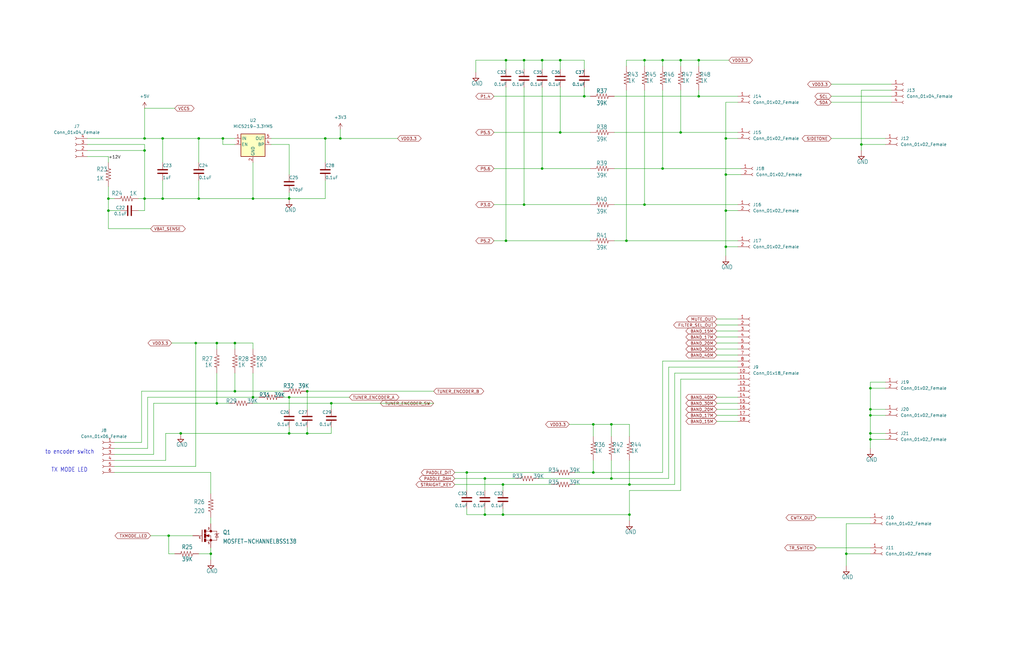
<source format=kicad_sch>
(kicad_sch (version 20211123) (generator eeschema)
  (paper "USLedger")
  (title_block (title "5BandCW") (date "2022-03-19"))
  (lib_symbols
    (symbol "Connector:Conn_01x02_Female" (pin_names (offset 1.016) hide)
      (property "Reference" "J" (at 0 2.54 0))
      (property "Value" "Conn_01x02_Female" (at 0 -5.08 0))
      (symbol "Conn_01x02_Female_1_1"
        (pin passive line (at -5.08 0 0) (length 3.81) (name "Pin_1") (number "1"))
        (pin passive line (at -5.08 -2.54 0) (length 3.81) (name "Pin_2") (number "2"))
      )
    )
    (symbol "Connector:Conn_01x04_Female" (pin_names (offset 1.016) hide)
      (property "Reference" "J" (at 0 5.08 0))
      (property "Value" "Conn_01x04_Female" (at 0 -7.62 0))
      (symbol "Conn_01x04_Female_1_1"
        (pin passive line (at -5.08 2.54 0) (length 3.81) (name "Pin_1") (number "1"))
        (pin passive line (at -5.08 0 0) (length 3.81) (name "Pin_2") (number "2"))
        (pin passive line (at -5.08 -2.54 0) (length 3.81) (name "Pin_3") (number "3"))
        (pin passive line (at -5.08 -5.08 0) (length 3.81) (name "Pin_4") (number "4"))
      )
    )
    (symbol "Connector:Conn_01x06_Female" (pin_names (offset 1.016) hide)
      (property "Reference" "J" (at 0 7.62 0))
      (property "Value" "Conn_01x06_Female" (at 0 -10.16 0))
      (symbol "Conn_01x06_Female_1_1"
        (pin passive line (at -5.08 5.08 0) (length 3.81) (name "Pin_1") (number "1"))
        (pin passive line (at -5.08 2.54 0) (length 3.81) (name "Pin_2") (number "2"))
        (pin passive line (at -5.08 0 0) (length 3.81) (name "Pin_3") (number "3"))
        (pin passive line (at -5.08 -2.54 0) (length 3.81) (name "Pin_4") (number "4"))
        (pin passive line (at -5.08 -5.08 0) (length 3.81) (name "Pin_5") (number "5"))
        (pin passive line (at -5.08 -7.62 0) (length 3.81) (name "Pin_6") (number "6"))
      )
    )
    (symbol "Connector:Conn_01x18_Female" (pin_names (offset 1.016) hide)
      (property "Reference" "J" (at 0 22.86 0))
      (property "Value" "Conn_01x18_Female" (at 0 -25.4 0))
      (symbol "Conn_01x18_Female_1_1"
        (pin passive line (at -5.08 20.32 0) (length 3.81) (name "Pin_1") (number "1"))
        (pin passive line (at -5.08 -2.54 0) (length 3.81) (name "Pin_10") (number "10"))
        (pin passive line (at -5.08 -5.08 0) (length 3.81) (name "Pin_11") (number "11"))
        (pin passive line (at -5.08 -7.62 0) (length 3.81) (name "Pin_12") (number "12"))
        (pin passive line (at -5.08 -10.16 0) (length 3.81) (name "Pin_13") (number "13"))
        (pin passive line (at -5.08 -12.7 0) (length 3.81) (name "Pin_14") (number "14"))
        (pin passive line (at -5.08 -15.24 0) (length 3.81) (name "Pin_15") (number "15"))
        (pin passive line (at -5.08 -17.78 0) (length 3.81) (name "Pin_16") (number "16"))
        (pin passive line (at -5.08 -20.32 0) (length 3.81) (name "Pin_17") (number "17"))
        (pin passive line (at -5.08 -22.86 0) (length 3.81) (name "Pin_18") (number "18"))
        (pin passive line (at -5.08 17.78 0) (length 3.81) (name "Pin_2") (number "2"))
        (pin passive line (at -5.08 15.24 0) (length 3.81) (name "Pin_3") (number "3"))
        (pin passive line (at -5.08 12.7 0) (length 3.81) (name "Pin_4") (number "4"))
        (pin passive line (at -5.08 10.16 0) (length 3.81) (name "Pin_5") (number "5"))
        (pin passive line (at -5.08 7.62 0) (length 3.81) (name "Pin_6") (number "6"))
        (pin passive line (at -5.08 5.08 0) (length 3.81) (name "Pin_7") (number "7"))
        (pin passive line (at -5.08 2.54 0) (length 3.81) (name "Pin_8") (number "8"))
        (pin passive line (at -5.08 0 0) (length 3.81) (name "Pin_9") (number "9"))
      )
    )
    (symbol "Device:C" (pin_numbers hide) (pin_names (offset 0.254))
      (property "Reference" "C" (at 0.635 2.54 0))
      (property "Value" "C" (at 0.635 -2.54 0))
      (symbol "C_1_1"
        (pin passive line (at 0 3.81 270) (length 2.794) (name "~") (number "1"))
        (pin passive line (at 0 -3.81 90) (length 2.794) (name "~") (number "2"))
      )
    )
    (symbol "Regulator_Linear:MIC5219-3.3YM5" (pin_names (offset 0.254))
      (property "Reference" "U" (at -3.81 5.715 0))
      (property "Value" "MIC5219-3.3YM5" (at 0 5.715 0))
      (symbol "MIC5219-3.3YM5_1_1"
        (pin power_in line (at -7.62 2.54 0) (length 2.54) (name "IN") (number "1"))
        (pin power_in line (at 0 -7.62 90) (length 2.54) (name "GND") (number "2"))
        (pin input line (at -7.62 0 0) (length 2.54) (name "EN") (number "3"))
        (pin input line (at 7.62 0 180) (length 2.54) (name "BP") (number "4"))
        (pin power_out line (at 7.62 2.54 180) (length 2.54) (name "OUT") (number "5"))
      )
    )
    (symbol "main-eagle-import:GND" (power)
      (property "Value" "GND" (at -1.905 -3.175 0))
      (symbol "GND_1_0"
        (pin power_in line (at 0 2.54 270) (length 2.54) (name "GND") (number "1"))
      )
    )
    (symbol "main-eagle-import:MOSFET-NCHANNELBSS138"
      (property "Reference" "Q" (at 5.08 2.54 0))
      (property "Value" "MOSFET-NCHANNELBSS138" (at 5.08 0 0))
      (symbol "MOSFET-NCHANNELBSS138_1_0"
        (text "D" (at -1.27 2.54 0) (effects (font (size 0.8128 0.6908)) (justify left bottom)))
        (text "G" (at -5.08 -1.27 0) (effects (font (size 0.8128 0.6908)) (justify left bottom)))
        (text "S" (at -1.27 -3.556 0) (effects (font (size 0.8128 0.6908)) (justify left bottom)))
        (pin passive line (at -7.62 0 0) (length 2.54) (name "G") (number "1"))
        (pin passive line (at 0 -5.08 90) (length 2.54) (name "S") (number "2"))
        (pin passive line (at 0 5.08 270) (length 2.54) (name "D") (number "3"))
      )
    )
    (symbol "main-eagle-import:RESISTOR0603"
      (property "Reference" "R" (at -3.81 1.4986 0))
      (property "Value" "RESISTOR0603" (at -3.81 -3.302 0))
      (symbol "RESISTOR0603_1_0"
        (pin passive line (at -5.08 0 0) (length 2.54) (name "1") (number "1"))
        (pin passive line (at 5.08 0 180) (length 2.54) (name "2") (number "2"))
      )
    )
    (symbol "power:+3.3V" (power) (pin_names (offset 0))
      (property "Value" "+3.3V" (at 0 3.556 0))
      (symbol "+3.3V_1_1"
        (pin power_in line (at 0 0 90) (length 0) hide (name "+3V3") (number "1"))
      )
    )
    (symbol "power:+5V" (power) (pin_names (offset 0))
      (property "Value" "+5V" (at 0 3.556 0))
      (symbol "+5V_1_1"
        (pin power_in line (at 0 0 90) (length 0) hide (name "+5V") (number "1"))
      )
    )
  )
  (junction (at 220.98 25.4))
  (junction (at 220.98 86.36))
  (junction (at 367.03 172.72))
  (junction (at 68.58 83.82))
  (junction (at 287.02 55.88))
  (junction (at 367.03 182.88))
  (junction (at 213.36 25.4))
  (junction (at 45.72 88.9))
  (junction (at 68.58 58.42))
  (junction (at 213.36 101.6))
  (junction (at 121.92 167.64))
  (junction (at 250.19 199.39))
  (junction (at 60.96 63.5))
  (junction (at 228.6 25.4))
  (junction (at 143.51 58.42))
  (junction (at 279.4 71.12))
  (junction (at 204.47 201.93))
  (junction (at 236.22 55.88))
  (junction (at 306.07 58.42))
  (junction (at 271.78 86.36))
  (junction (at 106.68 167.64))
  (junction (at 60.96 58.42))
  (junction (at 367.03 185.42))
  (junction (at 204.47 217.17))
  (junction (at 236.22 25.4))
  (junction (at 71.12 226.06))
  (junction (at 257.81 201.93))
  (junction (at 60.96 83.82))
  (junction (at 212.09 204.47))
  (junction (at 367.03 163.83))
  (junction (at 45.72 83.82))
  (junction (at 121.92 83.82))
  (junction (at 83.82 58.42))
  (junction (at 271.78 25.4))
  (junction (at 88.9 233.68))
  (junction (at 246.38 40.64))
  (junction (at 106.68 83.82))
  (junction (at 212.09 217.17))
  (junction (at 196.85 199.39))
  (junction (at 363.22 60.96))
  (junction (at 99.06 144.78))
  (junction (at 121.92 182.88))
  (junction (at 83.82 83.82))
  (junction (at 129.54 165.1))
  (junction (at 82.55 144.78))
  (junction (at 139.7 170.18))
  (junction (at 76.2 182.88))
  (junction (at 306.07 104.14))
  (junction (at 306.07 88.9))
  (junction (at 228.6 71.12))
  (junction (at 257.81 179.07))
  (junction (at 91.44 144.78))
  (junction (at 306.07 73.66))
  (junction (at 356.87 233.68))
  (junction (at 265.43 217.17))
  (junction (at 91.44 170.18))
  (junction (at 294.64 40.64))
  (junction (at 250.19 179.07))
  (junction (at 264.16 101.6))
  (junction (at 279.4 25.4))
  (junction (at 287.02 25.4))
  (junction (at 294.64 25.4))
  (junction (at 367.03 175.26))
  (junction (at 137.16 58.42))
  (junction (at 93.98 58.42))
  (junction (at 99.06 165.1))
  (junction (at 129.54 182.88))
  (junction (at 265.43 204.47))
  (wire (pts (xy 73.66 233.68) (xy 71.12 233.68)))
  (wire (pts (xy 60.96 88.9) (xy 60.96 83.82)))
  (wire (pts (xy 250.19 184.15) (xy 250.19 179.07)))
  (wire (pts (xy 257.81 194.31) (xy 257.81 201.93)))
  (wire (pts (xy 259.08 40.64) (xy 294.64 40.64)))
  (wire (pts (xy 302.26 170.18) (xy 311.15 170.18)))
  (wire (pts (xy 143.51 54.61) (xy 143.51 58.42)))
  (wire (pts (xy 36.83 60.96) (xy 60.96 60.96)))
  (wire (pts (xy 91.44 144.78) (xy 82.55 144.78)))
  (wire (pts (xy 367.03 220.98) (xy 356.87 220.98)))
  (wire (pts (xy 68.58 58.42) (xy 83.82 58.42)))
  (wire (pts (xy 208.28 55.88) (xy 236.22 55.88)))
  (wire (pts (xy 137.16 76.2) (xy 137.16 83.82)))
  (wire (pts (xy 306.07 88.9) (xy 311.15 88.9)))
  (wire (pts (xy 302.26 172.72) (xy 311.15 172.72)))
  (wire (pts (xy 68.58 68.58) (xy 68.58 58.42)))
  (wire (pts (xy 250.19 194.31) (xy 250.19 199.39)))
  (wire (pts (xy 236.22 36.83) (xy 236.22 55.88)))
  (wire (pts (xy 367.03 233.68) (xy 356.87 233.68)))
  (wire (pts (xy 48.26 189.23) (xy 62.23 189.23)))
  (wire (pts (xy 68.58 76.2) (xy 68.58 83.82)))
  (wire (pts (xy 281.94 154.94) (xy 311.15 154.94)))
  (wire (pts (xy 121.92 81.28) (xy 121.92 83.82)))
  (wire (pts (xy 99.06 60.96) (xy 93.98 60.96)))
  (wire (pts (xy 62.23 189.23) (xy 62.23 167.64)))
  (wire (pts (xy 294.64 38.1) (xy 294.64 40.64)))
  (wire (pts (xy 45.72 88.9) (xy 50.8 88.9)))
  (wire (pts (xy 265.43 184.15) (xy 265.43 179.07)))
  (wire (pts (xy 119.38 167.64) (xy 121.92 167.64)))
  (wire (pts (xy 294.64 40.64) (xy 311.15 40.64)))
  (wire (pts (xy 228.6 25.4) (xy 228.6 29.21)))
  (wire (pts (xy 259.08 101.6) (xy 264.16 101.6)))
  (wire (pts (xy 250.19 199.39) (xy 242.57 199.39)))
  (wire (pts (xy 96.52 170.18) (xy 91.44 170.18)))
  (wire (pts (xy 265.43 204.47) (xy 284.48 204.47)))
  (wire (pts (xy 58.42 83.82) (xy 60.96 83.82)))
  (wire (pts (xy 213.36 101.6) (xy 208.28 101.6)))
  (wire (pts (xy 212.09 214.63) (xy 212.09 217.17)))
  (wire (pts (xy 279.4 152.4) (xy 311.15 152.4)))
  (wire (pts (xy 196.85 207.01) (xy 196.85 199.39)))
  (wire (pts (xy 236.22 25.4) (xy 246.38 25.4)))
  (wire (pts (xy 350.52 40.64) (xy 375.92 40.64)))
  (wire (pts (xy 121.92 60.96) (xy 121.92 73.66)))
  (wire (pts (xy 204.47 201.93) (xy 191.77 201.93)))
  (wire (pts (xy 99.06 144.78) (xy 91.44 144.78)))
  (wire (pts (xy 265.43 179.07) (xy 257.81 179.07)))
  (wire (pts (xy 93.98 58.42) (xy 99.06 58.42)))
  (wire (pts (xy 302.26 144.78) (xy 311.15 144.78)))
  (wire (pts (xy 106.68 157.48) (xy 106.68 167.64)))
  (wire (pts (xy 302.26 175.26) (xy 311.15 175.26)))
  (wire (pts (xy 311.15 137.16) (xy 302.26 137.16)))
  (wire (pts (xy 58.42 88.9) (xy 60.96 88.9)))
  (wire (pts (xy 212.09 217.17) (xy 265.43 217.17)))
  (wire (pts (xy 62.23 167.64) (xy 106.68 167.64)))
  (wire (pts (xy 306.07 58.42) (xy 311.15 58.42)))
  (wire (pts (xy 367.03 161.29) (xy 367.03 163.83)))
  (wire (pts (xy 45.72 83.82) (xy 48.26 83.82)))
  (wire (pts (xy 284.48 157.48) (xy 311.15 157.48)))
  (wire (pts (xy 60.96 63.5) (xy 60.96 83.82)))
  (wire (pts (xy 367.03 163.83) (xy 367.03 172.72)))
  (wire (pts (xy 88.9 233.68) (xy 88.9 236.22)))
  (wire (pts (xy 139.7 170.18) (xy 106.68 170.18)))
  (wire (pts (xy 306.07 104.14) (xy 306.07 107.95)))
  (wire (pts (xy 36.83 58.42) (xy 60.96 58.42)))
  (wire (pts (xy 271.78 25.4) (xy 279.4 25.4)))
  (wire (pts (xy 236.22 55.88) (xy 248.92 55.88)))
  (wire (pts (xy 306.07 88.9) (xy 306.07 104.14)))
  (wire (pts (xy 91.44 147.32) (xy 91.44 144.78)))
  (wire (pts (xy 367.03 185.42) (xy 367.03 189.23)))
  (wire (pts (xy 71.12 226.06) (xy 63.5 226.06)))
  (wire (pts (xy 45.72 66.04) (xy 45.72 68.58)))
  (wire (pts (xy 83.82 83.82) (xy 106.68 83.82)))
  (wire (pts (xy 287.02 207.01) (xy 287.02 160.02)))
  (wire (pts (xy 139.7 170.18) (xy 182.88 170.18)))
  (wire (pts (xy 306.07 58.42) (xy 306.07 73.66)))
  (wire (pts (xy 363.22 38.1) (xy 375.92 38.1)))
  (wire (pts (xy 373.38 60.96) (xy 363.22 60.96)))
  (wire (pts (xy 48.26 191.77) (xy 64.77 191.77)))
  (wire (pts (xy 220.98 36.83) (xy 220.98 86.36)))
  (wire (pts (xy 129.54 180.34) (xy 129.54 182.88)))
  (wire (pts (xy 88.9 220.98) (xy 88.9 218.44)))
  (wire (pts (xy 91.44 157.48) (xy 91.44 170.18)))
  (wire (pts (xy 71.12 233.68) (xy 71.12 226.06)))
  (wire (pts (xy 114.3 60.96) (xy 121.92 60.96)))
  (wire (pts (xy 121.92 172.72) (xy 121.92 167.64)))
  (wire (pts (xy 45.72 78.74) (xy 45.72 83.82)))
  (wire (pts (xy 137.16 58.42) (xy 137.16 68.58)))
  (wire (pts (xy 246.38 40.64) (xy 248.92 40.64)))
  (wire (pts (xy 213.36 25.4) (xy 200.66 25.4)))
  (wire (pts (xy 257.81 201.93) (xy 227.33 201.93)))
  (wire (pts (xy 246.38 29.21) (xy 246.38 25.4)))
  (wire (pts (xy 60.96 45.72) (xy 73.66 45.72)))
  (wire (pts (xy 68.58 58.42) (xy 60.96 58.42)))
  (wire (pts (xy 271.78 38.1) (xy 271.78 86.36)))
  (wire (pts (xy 213.36 36.83) (xy 213.36 101.6)))
  (wire (pts (xy 106.68 68.58) (xy 106.68 83.82)))
  (wire (pts (xy 106.68 83.82) (xy 121.92 83.82)))
  (wire (pts (xy 64.77 170.18) (xy 91.44 170.18)))
  (wire (pts (xy 137.16 58.42) (xy 143.51 58.42)))
  (wire (pts (xy 367.03 185.42) (xy 373.38 185.42)))
  (wire (pts (xy 114.3 58.42) (xy 137.16 58.42)))
  (wire (pts (xy 279.4 199.39) (xy 279.4 152.4)))
  (wire (pts (xy 69.85 182.88) (xy 76.2 182.88)))
  (wire (pts (xy 220.98 25.4) (xy 228.6 25.4)))
  (wire (pts (xy 228.6 36.83) (xy 228.6 71.12)))
  (wire (pts (xy 287.02 55.88) (xy 311.15 55.88)))
  (wire (pts (xy 99.06 165.1) (xy 119.38 165.1)))
  (wire (pts (xy 257.81 179.07) (xy 250.19 179.07)))
  (wire (pts (xy 306.07 104.14) (xy 311.15 104.14)))
  (wire (pts (xy 367.03 172.72) (xy 367.03 175.26)))
  (wire (pts (xy 373.38 161.29) (xy 367.03 161.29)))
  (wire (pts (xy 264.16 38.1) (xy 264.16 101.6)))
  (wire (pts (xy 48.26 186.69) (xy 59.69 186.69)))
  (wire (pts (xy 60.96 60.96) (xy 60.96 63.5)))
  (wire (pts (xy 356.87 220.98) (xy 356.87 233.68)))
  (wire (pts (xy 367.03 231.14) (xy 344.17 231.14)))
  (wire (pts (xy 279.4 71.12) (xy 312.42 71.12)))
  (wire (pts (xy 99.06 147.32) (xy 99.06 144.78)))
  (wire (pts (xy 302.26 167.64) (xy 311.15 167.64)))
  (wire (pts (xy 99.06 157.48) (xy 99.06 165.1)))
  (wire (pts (xy 259.08 71.12) (xy 279.4 71.12)))
  (wire (pts (xy 129.54 182.88) (xy 121.92 182.88)))
  (wire (pts (xy 121.92 180.34) (xy 121.92 182.88)))
  (wire (pts (xy 306.07 43.18) (xy 306.07 58.42)))
  (wire (pts (xy 302.26 177.8) (xy 311.15 177.8)))
  (wire (pts (xy 287.02 160.02) (xy 311.15 160.02)))
  (wire (pts (xy 212.09 204.47) (xy 191.77 204.47)))
  (wire (pts (xy 367.03 182.88) (xy 373.38 182.88)))
  (wire (pts (xy 302.26 139.7) (xy 311.15 139.7)))
  (wire (pts (xy 232.41 204.47) (xy 212.09 204.47)))
  (wire (pts (xy 236.22 25.4) (xy 236.22 29.21)))
  (wire (pts (xy 106.68 147.32) (xy 106.68 144.78)))
  (wire (pts (xy 45.72 83.82) (xy 45.72 88.9)))
  (wire (pts (xy 257.81 201.93) (xy 281.94 201.93)))
  (wire (pts (xy 208.28 86.36) (xy 220.98 86.36)))
  (wire (pts (xy 106.68 167.64) (xy 109.22 167.64)))
  (wire (pts (xy 212.09 207.01) (xy 212.09 204.47)))
  (wire (pts (xy 143.51 58.42) (xy 167.64 58.42)))
  (wire (pts (xy 83.82 58.42) (xy 93.98 58.42)))
  (wire (pts (xy 88.9 231.14) (xy 88.9 233.68)))
  (wire (pts (xy 373.38 58.42) (xy 350.52 58.42)))
  (wire (pts (xy 250.19 199.39) (xy 279.4 199.39)))
  (wire (pts (xy 60.96 83.82) (xy 68.58 83.82)))
  (wire (pts (xy 69.85 194.31) (xy 69.85 182.88)))
  (wire (pts (xy 367.03 182.88) (xy 367.03 185.42)))
  (wire (pts (xy 220.98 25.4) (xy 220.98 29.21)))
  (wire (pts (xy 121.92 167.64) (xy 147.32 167.64)))
  (wire (pts (xy 60.96 58.42) (xy 60.96 45.72)))
  (wire (pts (xy 279.4 38.1) (xy 279.4 71.12)))
  (wire (pts (xy 367.03 218.44) (xy 344.17 218.44)))
  (wire (pts (xy 265.43 204.47) (xy 242.57 204.47)))
  (wire (pts (xy 279.4 25.4) (xy 287.02 25.4)))
  (wire (pts (xy 82.55 196.85) (xy 82.55 144.78)))
  (wire (pts (xy 257.81 184.15) (xy 257.81 179.07)))
  (wire (pts (xy 367.03 175.26) (xy 367.03 182.88)))
  (wire (pts (xy 311.15 43.18) (xy 306.07 43.18)))
  (wire (pts (xy 129.54 165.1) (xy 182.88 165.1)))
  (wire (pts (xy 265.43 207.01) (xy 287.02 207.01)))
  (wire (pts (xy 45.72 96.52) (xy 63.5 96.52)))
  (wire (pts (xy 279.4 27.94) (xy 279.4 25.4)))
  (wire (pts (xy 200.66 25.4) (xy 200.66 30.48)))
  (wire (pts (xy 287.02 25.4) (xy 294.64 25.4)))
  (wire (pts (xy 121.92 83.82) (xy 137.16 83.82)))
  (wire (pts (xy 213.36 29.21) (xy 213.36 25.4)))
  (wire (pts (xy 68.58 83.82) (xy 83.82 83.82)))
  (wire (pts (xy 284.48 204.47) (xy 284.48 157.48)))
  (wire (pts (xy 363.22 38.1) (xy 363.22 60.96)))
  (wire (pts (xy 196.85 199.39) (xy 191.77 199.39)))
  (wire (pts (xy 106.68 144.78) (xy 99.06 144.78)))
  (wire (pts (xy 228.6 71.12) (xy 248.92 71.12)))
  (wire (pts (xy 287.02 38.1) (xy 287.02 55.88)))
  (wire (pts (xy 83.82 58.42) (xy 83.82 68.58)))
  (wire (pts (xy 213.36 25.4) (xy 220.98 25.4)))
  (wire (pts (xy 59.69 165.1) (xy 99.06 165.1)))
  (wire (pts (xy 208.28 40.64) (xy 246.38 40.64)))
  (wire (pts (xy 204.47 207.01) (xy 204.47 201.93)))
  (wire (pts (xy 82.55 144.78) (xy 72.39 144.78)))
  (wire (pts (xy 139.7 180.34) (xy 139.7 182.88)))
  (wire (pts (xy 259.08 55.88) (xy 287.02 55.88)))
  (wire (pts (xy 121.92 182.88) (xy 76.2 182.88)))
  (wire (pts (xy 228.6 25.4) (xy 236.22 25.4)))
  (wire (pts (xy 83.82 233.68) (xy 88.9 233.68)))
  (wire (pts (xy 232.41 199.39) (xy 196.85 199.39)))
  (wire (pts (xy 302.26 147.32) (xy 311.15 147.32)))
  (wire (pts (xy 294.64 27.94) (xy 294.64 25.4)))
  (wire (pts (xy 265.43 207.01) (xy 265.43 217.17)))
  (wire (pts (xy 59.69 186.69) (xy 59.69 165.1)))
  (wire (pts (xy 83.82 76.2) (xy 83.82 83.82)))
  (wire (pts (xy 204.47 217.17) (xy 212.09 217.17)))
  (wire (pts (xy 271.78 27.94) (xy 271.78 25.4)))
  (wire (pts (xy 208.28 71.12) (xy 228.6 71.12)))
  (wire (pts (xy 139.7 182.88) (xy 129.54 182.88)))
  (wire (pts (xy 367.03 163.83) (xy 373.38 163.83)))
  (wire (pts (xy 294.64 25.4) (xy 307.34 25.4)))
  (wire (pts (xy 265.43 217.17) (xy 265.43 219.71)))
  (wire (pts (xy 250.19 179.07) (xy 240.03 179.07)))
  (wire (pts (xy 48.26 196.85) (xy 82.55 196.85)))
  (wire (pts (xy 259.08 86.36) (xy 271.78 86.36)))
  (wire (pts (xy 264.16 101.6) (xy 311.15 101.6)))
  (wire (pts (xy 264.16 25.4) (xy 271.78 25.4)))
  (wire (pts (xy 217.17 201.93) (xy 204.47 201.93)))
  (wire (pts (xy 306.07 73.66) (xy 312.42 73.66)))
  (wire (pts (xy 350.52 43.18) (xy 375.92 43.18)))
  (wire (pts (xy 356.87 233.68) (xy 356.87 238.76)))
  (wire (pts (xy 48.26 199.39) (xy 88.9 199.39)))
  (wire (pts (xy 246.38 36.83) (xy 246.38 40.64)))
  (wire (pts (xy 93.98 60.96) (xy 93.98 58.42)))
  (wire (pts (xy 45.72 88.9) (xy 45.72 96.52)))
  (wire (pts (xy 220.98 86.36) (xy 248.92 86.36)))
  (wire (pts (xy 265.43 194.31) (xy 265.43 204.47)))
  (wire (pts (xy 302.26 142.24) (xy 311.15 142.24)))
  (wire (pts (xy 363.22 60.96) (xy 363.22 63.5)))
  (wire (pts (xy 88.9 199.39) (xy 88.9 208.28)))
  (wire (pts (xy 350.52 35.56) (xy 375.92 35.56)))
  (wire (pts (xy 36.83 66.04) (xy 45.72 66.04)))
  (wire (pts (xy 204.47 214.63) (xy 204.47 217.17)))
  (wire (pts (xy 71.12 226.06) (xy 81.28 226.06)))
  (wire (pts (xy 196.85 217.17) (xy 204.47 217.17)))
  (wire (pts (xy 302.26 134.62) (xy 311.15 134.62)))
  (wire (pts (xy 36.83 63.5) (xy 60.96 63.5)))
  (wire (pts (xy 367.03 172.72) (xy 373.38 172.72)))
  (wire (pts (xy 139.7 172.72) (xy 139.7 170.18)))
  (wire (pts (xy 367.03 175.26) (xy 373.38 175.26)))
  (wire (pts (xy 248.92 101.6) (xy 213.36 101.6)))
  (wire (pts (xy 196.85 214.63) (xy 196.85 217.17)))
  (wire (pts (xy 281.94 201.93) (xy 281.94 154.94)))
  (wire (pts (xy 264.16 27.94) (xy 264.16 25.4)))
  (wire (pts (xy 302.26 149.86) (xy 311.15 149.86)))
  (wire (pts (xy 64.77 191.77) (xy 64.77 170.18)))
  (wire (pts (xy 287.02 27.94) (xy 287.02 25.4)))
  (wire (pts (xy 129.54 172.72) (xy 129.54 165.1)))
  (wire (pts (xy 306.07 73.66) (xy 306.07 88.9)))
  (wire (pts (xy 271.78 86.36) (xy 311.15 86.36)))
  (wire (pts (xy 48.26 194.31) (xy 69.85 194.31)))
  (text "to encoder switch" (at 19.05 191.77 180) (effects (font (size 1.778 1.5113)) (justify left bottom)))
  (text "TX MODE LED" (at 21.59 199.39 180) (effects (font (size 1.778 1.5113)) (justify left bottom)))
  (label "+12V" (at 45.72 67.31 0) (effects (font (size 1.2446 1.2446))))
  (global_label "VDD3.3" (shape bidirectional) (at 167.64 58.42 0) (effects (font (size 1.2446 1.2446))) (property "Intersheet References" "${INTERSHEET_REFS}" (effects hide)))
  (global_label "VDD3.3" (shape bidirectional) (at 72.39 144.78 180) (effects (font (size 1.2446 1.2446))) (property "Intersheet References" "${INTERSHEET_REFS}" (effects hide)))
  (global_label "P3.0" (shape bidirectional) (at 208.28 86.36 180) (effects (font (size 1.2446 1.2446))) (property "Intersheet References" "${INTERSHEET_REFS}" (effects hide)))
  (global_label "P1.4" (shape bidirectional) (at 208.28 40.64 180) (effects (font (size 1.2446 1.2446))) (property "Intersheet References" "${INTERSHEET_REFS}" (effects hide)))
  (global_label "TXMODE_LED" (shape bidirectional) (at 63.5 226.06 180) (effects (font (size 1.2446 1.2446))) (property "Intersheet References" "${INTERSHEET_REFS}" (effects hide)))
  (global_label "BAND_40M" (shape bidirectional) (at 302.26 167.64 180) (effects (font (size 1.2446 1.2446))) (property "Intersheet References" "${INTERSHEET_REFS}" (effects hide)))
  (global_label "PADDLE_DAH" (shape bidirectional) (at 191.77 201.93 180) (effects (font (size 1.2446 1.2446))) (property "Intersheet References" "${INTERSHEET_REFS}" (effects hide)))
  (global_label "TUNER_ENCODER_SW" (shape bidirectional) (at 182.88 170.18 180) (effects (font (size 1.2446 1.2446))) (property "Intersheet References" "${INTERSHEET_REFS}" (effects hide)))
  (global_label "SCL" (shape bidirectional) (at 350.52 40.64 180) (effects (font (size 1.2446 1.2446))) (property "Intersheet References" "${INTERSHEET_REFS}" (effects hide)))
  (global_label "PADDLE_DIT" (shape bidirectional) (at 191.77 199.39 180) (effects (font (size 1.2446 1.2446))) (property "Intersheet References" "${INTERSHEET_REFS}" (effects hide)))
  (global_label "TUNER_ENCODER_B" (shape bidirectional) (at 182.88 165.1 0) (effects (font (size 1.2446 1.2446))) (property "Intersheet References" "${INTERSHEET_REFS}" (effects hide)))
  (global_label "BAND_17M" (shape bidirectional) (at 302.26 175.26 180) (effects (font (size 1.2446 1.2446))) (property "Intersheet References" "${INTERSHEET_REFS}" (effects hide)))
  (global_label "SIDETONE" (shape bidirectional) (at 350.52 58.42 180) (effects (font (size 1.2446 1.2446))) (property "Intersheet References" "${INTERSHEET_REFS}" (effects hide)))
  (global_label "BAND_15M" (shape bidirectional) (at 302.26 177.8 180) (effects (font (size 1.2446 1.2446))) (property "Intersheet References" "${INTERSHEET_REFS}" (effects hide)))
  (global_label "MUTE_OUT" (shape bidirectional) (at 302.26 134.62 180) (effects (font (size 1.2446 1.2446))) (property "Intersheet References" "${INTERSHEET_REFS}" (effects hide)))
  (global_label "VDD3.3" (shape bidirectional) (at 307.34 25.4 0) (effects (font (size 1.2446 1.2446))) (property "Intersheet References" "${INTERSHEET_REFS}" (effects hide)))
  (global_label "BAND_15M" (shape bidirectional) (at 302.26 139.7 180) (effects (font (size 1.2446 1.2446))) (property "Intersheet References" "${INTERSHEET_REFS}" (effects hide)))
  (global_label "P5.5" (shape bidirectional) (at 208.28 55.88 180) (effects (font (size 1.2446 1.2446))) (property "Intersheet References" "${INTERSHEET_REFS}" (effects hide)))
  (global_label "BAND_17M" (shape bidirectional) (at 302.26 142.24 180) (effects (font (size 1.2446 1.2446))) (property "Intersheet References" "${INTERSHEET_REFS}" (effects hide)))
  (global_label "BAND_30M" (shape bidirectional) (at 302.26 147.32 180) (effects (font (size 1.2446 1.2446))) (property "Intersheet References" "${INTERSHEET_REFS}" (effects hide)))
  (global_label "VDD3.3" (shape bidirectional) (at 240.03 179.07 180) (effects (font (size 1.2446 1.2446))) (property "Intersheet References" "${INTERSHEET_REFS}" (effects hide)))
  (global_label "TUNER_ENCODER_A" (shape bidirectional) (at 147.32 167.64 0) (effects (font (size 1.2446 1.2446))) (property "Intersheet References" "${INTERSHEET_REFS}" (effects hide)))
  (global_label "VDD3.3" (shape bidirectional) (at 350.52 35.56 180) (effects (font (size 1.2446 1.2446))) (property "Intersheet References" "${INTERSHEET_REFS}" (effects hide)))
  (global_label "CWTX_OUT" (shape bidirectional) (at 344.17 218.44 180) (effects (font (size 1.2446 1.2446))) (property "Intersheet References" "${INTERSHEET_REFS}" (effects hide)))
  (global_label "FILTER_SEL_OUT" (shape bidirectional) (at 302.26 137.16 180) (effects (font (size 1.2446 1.2446))) (property "Intersheet References" "${INTERSHEET_REFS}" (effects hide)))
  (global_label "VCC5" (shape bidirectional) (at 73.66 45.72 0) (effects (font (size 1.2446 1.2446))) (property "Intersheet References" "${INTERSHEET_REFS}" (effects hide)))
  (global_label "STRAIGHT_KEY" (shape bidirectional) (at 191.77 204.47 180) (effects (font (size 1.2446 1.2446))) (property "Intersheet References" "${INTERSHEET_REFS}" (effects hide)))
  (global_label "BAND_40M" (shape bidirectional) (at 302.26 149.86 180) (effects (font (size 1.2446 1.2446))) (property "Intersheet References" "${INTERSHEET_REFS}" (effects hide)))
  (global_label "BAND_20M" (shape bidirectional) (at 302.26 144.78 180) (effects (font (size 1.2446 1.2446))) (property "Intersheet References" "${INTERSHEET_REFS}" (effects hide)))
  (global_label "TR_SWITCH" (shape bidirectional) (at 344.17 231.14 180) (effects (font (size 1.2446 1.2446))) (property "Intersheet References" "${INTERSHEET_REFS}" (effects hide)))
  (global_label "BAND_20M" (shape bidirectional) (at 302.26 172.72 180) (effects (font (size 1.2446 1.2446))) (property "Intersheet References" "${INTERSHEET_REFS}" (effects hide)))
  (global_label "SDA" (shape bidirectional) (at 350.52 43.18 180) (effects (font (size 1.2446 1.2446))) (property "Intersheet References" "${INTERSHEET_REFS}" (effects hide)))
  (global_label "P5.2" (shape bidirectional) (at 208.28 101.6 180) (effects (font (size 1.2446 1.2446))) (property "Intersheet References" "${INTERSHEET_REFS}" (effects hide)))
  (global_label "BAND_30M" (shape bidirectional) (at 302.26 170.18 180) (effects (font (size 1.2446 1.2446))) (property "Intersheet References" "${INTERSHEET_REFS}" (effects hide)))
  (global_label "P5.6" (shape bidirectional) (at 208.28 71.12 180) (effects (font (size 1.2446 1.2446))) (property "Intersheet References" "${INTERSHEET_REFS}" (effects hide)))
  (global_label "VBAT_SENSE" (shape bidirectional) (at 63.5 96.52 0) (effects (font (size 1.2446 1.2446))) (property "Intersheet References" "${INTERSHEET_REFS}" (effects hide)))
  (symbol (lib_id "main-eagle-import:RESISTOR0603") (at 237.49 204.47 0) (unit 1)
    (property "Reference" "R35" (at 231.14 204.47 0) (effects (font (size 1.778 1.5113)) (justify left bottom)))
    (property "Value" "39K" (at 240.03 204.47 0) (effects (font (size 1.778 1.5113)) (justify left bottom)))
    (property "Footprint" "Resistor_SMD:R_0603_1608Metric" (effects hide))
  )
  (symbol (lib_id "Connector:Conn_01x02_Female") (at 316.23 101.6 0) (unit 1)
    (property "Reference" "J17" (at 317.5 101.5999 0) (effects (justify left)))
    (property "Value" "Conn_01x02_Female" (at 317.5 104.1399 0) (effects (justify left)))
    (property "Footprint" "Connector_PinHeader_2.54mm:PinHeader_1x02_P2.54mm_Vertical" (effects hide))
  )
  (symbol (lib_id "Connector:Conn_01x02_Female") (at 316.23 40.64 0) (unit 1)
    (property "Reference" "J14" (at 317.5 40.6399 0) (effects (justify left)))
    (property "Value" "Conn_01x02_Female" (at 317.5 43.1799 0) (effects (justify left)))
    (property "Footprint" "Connector_PinHeader_2.54mm:PinHeader_1x02_P2.54mm_Vertical" (effects hide))
  )
  (symbol (lib_id "main-eagle-import:RESISTOR0603") (at 114.3 167.64 0) (unit 1)
    (property "Reference" "R31" (at 109.22 167.64 0) (effects (font (size 1.778 1.5113)) (justify left bottom)))
    (property "Value" "39K" (at 115.57 167.64 0) (effects (font (size 1.778 1.5113)) (justify left bottom)))
    (property "Footprint" "Resistor_SMD:R_0603_1608Metric" (effects hide))
  )
  (symbol (lib_id "Connector:Conn_01x02_Female") (at 378.46 161.29 0) (unit 1)
    (property "Reference" "J19" (at 379.73 161.2899 0) (effects (justify left)))
    (property "Value" "Conn_01x02_Female" (at 379.73 163.8299 0) (effects (justify left)))
    (property "Footprint" "Connector_PinHeader_2.54mm:PinHeader_1x02_P2.54mm_Vertical" (effects hide))
  )
  (symbol (lib_id "Device:C") (at 121.92 77.47 0) (unit 1)
    (property "Reference" "C25" (at 121.92 74.93 0) (effects (justify left)))
    (property "Value" "470pF" (at 121.92 80.01 0) (effects (justify left)))
    (property "Footprint" "Capacitor_SMD:C_0603_1608Metric" (effects hide))
  )
  (symbol (lib_id "main-eagle-import:RESISTOR0603") (at 78.74 233.68 180) (unit 1)
    (property "Reference" "R25" (at 81.28 229.87 0) (effects (font (size 1.778 1.5113)) (justify left bottom)))
    (property "Value" "39K" (at 81.28 234.95 0) (effects (font (size 1.778 1.5113)) (justify left bottom)))
    (property "Footprint" "Resistor_SMD:R_0603_1608Metric" (effects hide))
  )
  (symbol (lib_id "main-eagle-import:RESISTOR0603") (at 271.78 33.02 90) (unit 1)
    (property "Reference" "R45" (at 276.86 30.48 90) (effects (font (size 1.778 1.5113)) (justify left bottom)))
    (property "Value" "1K" (at 275.59 33.02 90) (effects (font (size 1.778 1.5113)) (justify left bottom)))
    (property "Footprint" "Resistor_SMD:R_0603_1608Metric" (effects hide))
  )
  (symbol (lib_id "Connector:Conn_01x02_Female") (at 372.11 218.44 0) (unit 1)
    (property "Reference" "J10" (at 373.38 218.4399 0) (effects (justify left)))
    (property "Value" "Conn_01x02_Female" (at 373.38 220.9799 0) (effects (justify left)))
    (property "Footprint" "Connector_PinHeader_2.54mm:PinHeader_1x02_P2.54mm_Vertical" (effects hide))
  )
  (symbol (lib_id "power:+3.3V") (at 143.51 54.61 0) (unit 1)
    (property "Reference" "#PWR02" (effects hide))
    (property "Value" "+3.3V" (at 143.51 49.53 0))
  )
  (symbol (lib_id "main-eagle-import:RESISTOR0603") (at 287.02 33.02 90) (unit 1)
    (property "Reference" "R47" (at 292.1 30.48 90) (effects (font (size 1.778 1.5113)) (justify left bottom)))
    (property "Value" "1K" (at 290.83 33.02 90) (effects (font (size 1.778 1.5113)) (justify left bottom)))
    (property "Footprint" "Resistor_SMD:R_0603_1608Metric" (effects hide))
  )
  (symbol (lib_id "Connector:Conn_01x06_Female") (at 43.18 191.77 0) (mirror y) (unit 1)
    (property "Reference" "J8" (at 43.815 181.61 0))
    (property "Value" "Conn_01x06_Female" (at 43.815 184.15 0))
    (property "Footprint" "Connector_PinHeader_2.54mm:PinHeader_1x06_P2.54mm_Vertical" (effects hide))
  )
  (symbol (lib_id "Device:C") (at 220.98 33.02 0) (unit 1)
    (property "Reference" "C34" (at 217.17 30.48 0) (effects (justify left)))
    (property "Value" "0.1uF" (at 215.9 35.56 0) (effects (justify left)))
    (property "Footprint" "Capacitor_SMD:C_0603_1608Metric" (effects hide))
  )
  (symbol (lib_id "Connector:Conn_01x04_Female") (at 31.75 63.5 180) (unit 1)
    (property "Reference" "J7" (at 32.385 53.34 0))
    (property "Value" "Conn_01x04_Female" (at 32.385 55.88 0))
    (property "Footprint" "Connector_PinHeader_2.54mm:PinHeader_1x04_P2.54mm_Vertical" (effects hide))
  )
  (symbol (lib_id "main-eagle-import:RESISTOR0603") (at 279.4 33.02 90) (unit 1)
    (property "Reference" "R46" (at 284.48 30.48 90) (effects (font (size 1.778 1.5113)) (justify left bottom)))
    (property "Value" "1K" (at 283.21 33.02 90) (effects (font (size 1.778 1.5113)) (justify left bottom)))
    (property "Footprint" "Resistor_SMD:R_0603_1608Metric" (effects hide))
  )
  (symbol (lib_id "Device:C") (at 139.7 176.53 0) (unit 1)
    (property "Reference" "C29" (at 135.89 173.99 0) (effects (justify left)))
    (property "Value" "0.1uF" (at 134.62 179.07 0) (effects (justify left)))
    (property "Footprint" "Capacitor_SMD:C_0603_1608Metric" (effects hide))
  )
  (symbol (lib_id "Connector:Conn_01x02_Female") (at 316.23 55.88 0) (unit 1)
    (property "Reference" "J15" (at 317.5 55.8799 0) (effects (justify left)))
    (property "Value" "Conn_01x02_Female" (at 317.5 58.4199 0) (effects (justify left)))
    (property "Footprint" "Connector_PinHeader_2.54mm:PinHeader_1x02_P2.54mm_Vertical" (effects hide))
  )
  (symbol (lib_id "Connector:Conn_01x02_Female") (at 378.46 172.72 0) (unit 1)
    (property "Reference" "J20" (at 379.73 172.7199 0) (effects (justify left)))
    (property "Value" "Conn_01x02_Female" (at 379.73 175.2599 0) (effects (justify left)))
    (property "Footprint" "Connector_PinHeader_2.54mm:PinHeader_1x02_P2.54mm_Vertical" (effects hide))
  )
  (symbol (lib_id "main-eagle-import:RESISTOR0603") (at 106.68 152.4 270) (unit 1)
    (property "Reference" "R30" (at 107.95 152.4 90) (effects (font (size 1.778 1.5113)) (justify left bottom)))
    (property "Value" "1K" (at 107.95 154.94 90) (effects (font (size 1.778 1.5113)) (justify left bottom)))
    (property "Footprint" "Resistor_SMD:R_0603_1608Metric" (effects hide))
  )
  (symbol (lib_id "main-eagle-import:GND") (at 265.43 222.25 0) (unit 1)
    (property "Reference" "#SUPPLY012" (effects hide))
    (property "Value" "GND" (at 263.525 225.425 0) (effects (font (size 1.778 1.5113)) (justify left bottom)))
    (property "Footprint" "main:" (effects hide))
  )
  (symbol (lib_id "main-eagle-import:GND") (at 88.9 238.76 0) (unit 1)
    (property "Reference" "#SUPPLY09" (effects hide))
    (property "Value" "GND" (at 86.995 241.935 0) (effects (font (size 1.778 1.5113)) (justify left bottom)))
    (property "Footprint" "main:" (effects hide))
  )
  (symbol (lib_id "Device:C") (at 213.36 33.02 0) (unit 1)
    (property "Reference" "C33" (at 209.55 30.48 0) (effects (justify left)))
    (property "Value" "0.1uF" (at 208.28 35.56 0) (effects (justify left)))
    (property "Footprint" "Capacitor_SMD:C_0603_1608Metric" (effects hide))
  )
  (symbol (lib_id "main-eagle-import:RESISTOR0603") (at 254 55.88 0) (unit 1)
    (property "Reference" "R38" (at 251.46 54.61 0) (effects (font (size 1.778 1.5113)) (justify left bottom)))
    (property "Value" "39K" (at 251.46 59.69 0) (effects (font (size 1.778 1.5113)) (justify left bottom)))
    (property "Footprint" "Resistor_SMD:R_0603_1608Metric" (effects hide))
  )
  (symbol (lib_id "main-eagle-import:RESISTOR0603") (at 254 101.6 0) (unit 1)
    (property "Reference" "R41" (at 251.46 100.33 0) (effects (font (size 1.778 1.5113)) (justify left bottom)))
    (property "Value" "39K" (at 251.46 105.41 0) (effects (font (size 1.778 1.5113)) (justify left bottom)))
    (property "Footprint" "Resistor_SMD:R_0603_1608Metric" (effects hide))
  )
  (symbol (lib_id "Device:C") (at 204.47 210.82 0) (unit 1)
    (property "Reference" "C31" (at 200.66 208.28 0) (effects (justify left)))
    (property "Value" "0.1uF" (at 199.39 213.36 0) (effects (justify left)))
    (property "Footprint" "Capacitor_SMD:C_0603_1608Metric" (effects hide))
  )
  (symbol (lib_id "Device:C") (at 137.16 72.39 0) (unit 1)
    (property "Reference" "C28" (at 137.16 69.85 0) (effects (justify left)))
    (property "Value" "0.1uF" (at 137.16 74.93 0) (effects (justify left)))
    (property "Footprint" "Capacitor_SMD:C_0603_1608Metric" (effects hide))
  )
  (symbol (lib_id "main-eagle-import:RESISTOR0603") (at 250.19 189.23 90) (unit 1)
    (property "Reference" "R36" (at 255.27 186.69 90) (effects (font (size 1.778 1.5113)) (justify left bottom)))
    (property "Value" "1K" (at 254 189.23 90) (effects (font (size 1.778 1.5113)) (justify left bottom)))
    (property "Footprint" "Resistor_SMD:R_0603_1608Metric" (effects hide))
  )
  (symbol (lib_id "main-eagle-import:GND") (at 121.92 86.36 0) (unit 1)
    (property "Reference" "#SUPPLY010" (effects hide))
    (property "Value" "GND" (at 120.015 89.535 0) (effects (font (size 1.778 1.5113)) (justify left bottom)))
    (property "Footprint" "main:" (effects hide))
  )
  (symbol (lib_id "Connector:Conn_01x02_Female") (at 316.23 86.36 0) (unit 1)
    (property "Reference" "J16" (at 317.5 86.3599 0) (effects (justify left)))
    (property "Value" "Conn_01x02_Female" (at 317.5 88.8999 0) (effects (justify left)))
    (property "Footprint" "Connector_PinHeader_2.54mm:PinHeader_1x02_P2.54mm_Vertical" (effects hide))
  )
  (symbol (lib_id "main-eagle-import:RESISTOR0603") (at 257.81 189.23 90) (unit 1)
    (property "Reference" "R42" (at 262.89 186.69 90) (effects (font (size 1.778 1.5113)) (justify left bottom)))
    (property "Value" "1K" (at 261.62 189.23 90) (effects (font (size 1.778 1.5113)) (justify left bottom)))
    (property "Footprint" "Resistor_SMD:R_0603_1608Metric" (effects hide))
  )
  (symbol (lib_id "main-eagle-import:GND") (at 200.66 33.02 0) (unit 1)
    (property "Reference" "#SUPPLY011" (effects hide))
    (property "Value" "GND" (at 198.755 36.195 0) (effects (font (size 1.778 1.5113)) (justify left bottom)))
    (property "Footprint" "main:" (effects hide))
  )
  (symbol (lib_id "main-eagle-import:RESISTOR0603") (at 99.06 152.4 270) (unit 1)
    (property "Reference" "R28" (at 100.33 152.4 90) (effects (font (size 1.778 1.5113)) (justify left bottom)))
    (property "Value" "1K" (at 100.33 154.94 90) (effects (font (size 1.778 1.5113)) (justify left bottom)))
    (property "Footprint" "Resistor_SMD:R_0603_1608Metric" (effects hide))
  )
  (symbol (lib_id "main-eagle-import:MOSFET-NCHANNELBSS138") (at 88.9 226.06 0) (unit 1)
    (property "Reference" "Q1" (at 93.98 224.6437 0) (effects (font (size 1.778 1.5113)) (justify left)))
    (property "Value" "MOSFET-NCHANNELBSS138" (at 93.98 228.4537 0) (effects (font (size 1.778 1.5113)) (justify left)))
    (property "Footprint" "Package_TO_SOT_SMD:SOT-23" (effects hide))
  )
  (symbol (lib_id "Connector:Conn_01x02_Female") (at 317.5 71.12 0) (unit 1)
    (property "Reference" "J18" (at 318.77 71.1199 0) (effects (justify left)))
    (property "Value" "Conn_01x02_Female" (at 318.77 73.6599 0) (effects (justify left)))
    (property "Footprint" "Connector_PinHeader_2.54mm:PinHeader_1x02_P2.54mm_Vertical" (effects hide))
  )
  (symbol (lib_id "main-eagle-import:GND") (at 367.03 191.77 0) (unit 1)
    (property "Reference" "#SUPPLY016" (effects hide))
    (property "Value" "GND" (at 365.125 194.945 0) (effects (font (size 1.778 1.5113)) (justify left bottom)))
    (property "Footprint" "main:" (effects hide))
  )
  (symbol (lib_id "Connector:Conn_01x02_Female") (at 378.46 182.88 0) (unit 1)
    (property "Reference" "J21" (at 379.73 182.8799 0) (effects (justify left)))
    (property "Value" "Conn_01x02_Female" (at 379.73 185.4199 0) (effects (justify left)))
    (property "Footprint" "Connector_PinHeader_2.54mm:PinHeader_1x02_P2.54mm_Vertical" (effects hide))
  )
  (symbol (lib_id "Device:C") (at 68.58 72.39 0) (unit 1)
    (property "Reference" "C23" (at 68.58 69.85 0) (effects (justify left)))
    (property "Value" "1uF" (at 68.58 74.93 0) (effects (justify left)))
    (property "Footprint" "Capacitor_SMD:C_0603_1608Metric" (effects hide))
  )
  (symbol (lib_id "Regulator_Linear:MIC5219-3.3YM5") (at 106.68 60.96 0) (unit 1)
    (property "Reference" "U2" (at 106.68 50.8 0))
    (property "Value" "MIC5219-3.3YM5" (at 106.68 53.34 0))
    (property "Footprint" "Package_TO_SOT_SMD:SOT-23-5" (effects hide))
    (property "Datasheet" "http://ww1.microchip.com/downloads/en/DeviceDoc/MIC5219-500mA-Peak-Output-LDO-Regulator-DS20006021A.pdf" (effects hide))
  )
  (symbol (lib_id "power:+5V") (at 60.96 45.72 0) (unit 1)
    (property "Reference" "#PWR01" (effects hide))
    (property "Value" "+5V" (at 60.96 40.64 0))
  )
  (symbol (lib_id "Connector:Conn_01x02_Female") (at 378.46 58.42 0) (unit 1)
    (property "Reference" "J12" (at 379.73 58.4199 0) (effects (justify left)))
    (property "Value" "Conn_01x02_Female" (at 379.73 60.9599 0) (effects (justify left)))
    (property "Footprint" "Connector_PinHeader_2.54mm:PinHeader_1x02_P2.54mm_Vertical" (effects hide))
  )
  (symbol (lib_id "main-eagle-import:RESISTOR0603") (at 237.49 199.39 0) (unit 1)
    (property "Reference" "R34" (at 231.14 199.39 0) (effects (font (size 1.778 1.5113)) (justify left bottom)))
    (property "Value" "39K" (at 240.03 199.39 0) (effects (font (size 1.778 1.5113)) (justify left bottom)))
    (property "Footprint" "Resistor_SMD:R_0603_1608Metric" (effects hide))
  )
  (symbol (lib_id "main-eagle-import:RESISTOR0603") (at 53.34 83.82 0) (unit 1)
    (property "Reference" "R24" (at 46.99 82.55 0) (effects (font (size 1.778 1.5113)) (justify left bottom)))
    (property "Value" "1K" (at 54.61 82.55 0) (effects (font (size 1.778 1.5113)) (justify left bottom)))
    (property "Footprint" "Resistor_SMD:R_0603_1608Metric" (effects hide))
  )
  (symbol (lib_id "main-eagle-import:GND") (at 306.07 110.49 0) (unit 1)
    (property "Reference" "#SUPPLY015" (effects hide))
    (property "Value" "GND" (at 304.165 113.665 0) (effects (font (size 1.778 1.5113)) (justify left bottom)))
    (property "Footprint" "main:" (effects hide))
  )
  (symbol (lib_id "Device:C") (at 212.09 210.82 0) (unit 1)
    (property "Reference" "C32" (at 208.28 208.28 0) (effects (justify left)))
    (property "Value" "0.1uF" (at 207.01 213.36 0) (effects (justify left)))
    (property "Footprint" "Capacitor_SMD:C_0603_1608Metric" (effects hide))
  )
  (symbol (lib_id "main-eagle-import:RESISTOR0603") (at 254 86.36 0) (unit 1)
    (property "Reference" "R40" (at 251.46 85.09 0) (effects (font (size 1.778 1.5113)) (justify left bottom)))
    (property "Value" "39K" (at 251.46 90.17 0) (effects (font (size 1.778 1.5113)) (justify left bottom)))
    (property "Footprint" "Resistor_SMD:R_0603_1608Metric" (effects hide))
  )
  (symbol (lib_id "Device:C") (at 236.22 33.02 0) (unit 1)
    (property "Reference" "C36" (at 232.41 30.48 0) (effects (justify left)))
    (property "Value" "0.1uF" (at 231.14 35.56 0) (effects (justify left)))
    (property "Footprint" "Capacitor_SMD:C_0603_1608Metric" (effects hide))
  )
  (symbol (lib_id "main-eagle-import:GND") (at 356.87 241.3 0) (unit 1)
    (property "Reference" "#SUPPLY013" (effects hide))
    (property "Value" "GND" (at 354.965 244.475 0) (effects (font (size 1.778 1.5113)) (justify left bottom)))
    (property "Footprint" "main:" (effects hide))
  )
  (symbol (lib_id "main-eagle-import:RESISTOR0603") (at 264.16 33.02 90) (unit 1)
    (property "Reference" "R43" (at 269.24 30.48 90) (effects (font (size 1.778 1.5113)) (justify left bottom)))
    (property "Value" "1K" (at 267.97 33.02 90) (effects (font (size 1.778 1.5113)) (justify left bottom)))
    (property "Footprint" "Resistor_SMD:R_0603_1608Metric" (effects hide))
  )
  (symbol (lib_id "main-eagle-import:RESISTOR0603") (at 222.25 201.93 0) (unit 1)
    (property "Reference" "R33" (at 215.9 201.93 0) (effects (font (size 1.778 1.5113)) (justify left bottom)))
    (property "Value" "39K" (at 224.79 201.93 0) (effects (font (size 1.778 1.5113)) (justify left bottom)))
    (property "Footprint" "Resistor_SMD:R_0603_1608Metric" (effects hide))
  )
  (symbol (lib_id "main-eagle-import:GND") (at 363.22 66.04 0) (unit 1)
    (property "Reference" "#SUPPLY014" (effects hide))
    (property "Value" "GND" (at 361.315 69.215 0) (effects (font (size 1.778 1.5113)) (justify left bottom)))
    (property "Footprint" "main:" (effects hide))
  )
  (symbol (lib_id "main-eagle-import:RESISTOR0603") (at 101.6 170.18 0) (unit 1)
    (property "Reference" "R29" (at 95.25 170.18 0) (effects (font (size 1.778 1.5113)) (justify left bottom)))
    (property "Value" "39K" (at 104.14 170.18 0) (effects (font (size 1.778 1.5113)) (justify left bottom)))
    (property "Footprint" "Resistor_SMD:R_0603_1608Metric" (effects hide))
  )
  (symbol (lib_id "Connector:Conn_01x18_Female") (at 316.23 154.94 0) (unit 1)
    (property "Reference" "J9" (at 317.5 154.9399 0) (effects (justify left)))
    (property "Value" "Conn_01x18_Female" (at 317.5 157.4799 0) (effects (justify left)))
    (property "Footprint" "Connector_PinHeader_2.54mm:PinHeader_1x18_P2.54mm_Vertical" (effects hide))
  )
  (symbol (lib_id "Device:C") (at 129.54 176.53 0) (unit 1)
    (property "Reference" "C27" (at 125.73 173.99 0) (effects (justify left)))
    (property "Value" "0.1uF" (at 124.46 179.07 0) (effects (justify left)))
    (property "Footprint" "Capacitor_SMD:C_0603_1608Metric" (effects hide))
  )
  (symbol (lib_id "main-eagle-import:RESISTOR0603") (at 254 71.12 0) (unit 1)
    (property "Reference" "R39" (at 251.46 69.85 0) (effects (font (size 1.778 1.5113)) (justify left bottom)))
    (property "Value" "39K" (at 251.46 74.93 0) (effects (font (size 1.778 1.5113)) (justify left bottom)))
    (property "Footprint" "Resistor_SMD:R_0603_1608Metric" (effects hide))
  )
  (symbol (lib_id "main-eagle-import:RESISTOR0603") (at 91.44 152.4 270) (unit 1)
    (property "Reference" "R27" (at 85.09 152.4 90) (effects (font (size 1.778 1.5113)) (justify left bottom)))
    (property "Value" "1K" (at 86.36 154.94 90) (effects (font (size 1.778 1.5113)) (justify left bottom)))
    (property "Footprint" "Resistor_SMD:R_0603_1608Metric" (effects hide))
  )
  (symbol (lib_id "Device:C") (at 246.38 33.02 0) (unit 1)
    (property "Reference" "C37" (at 242.57 30.48 0) (effects (justify left)))
    (property "Value" "0.1uF" (at 241.3 35.56 0) (effects (justify left)))
    (property "Footprint" "Capacitor_SMD:C_0603_1608Metric" (effects hide))
  )
  (symbol (lib_id "main-eagle-import:RESISTOR0603") (at 265.43 189.23 90) (unit 1)
    (property "Reference" "R44" (at 270.51 186.69 90) (effects (font (size 1.778 1.5113)) (justify left bottom)))
    (property "Value" "1K" (at 269.24 189.23 90) (effects (font (size 1.778 1.5113)) (justify left bottom)))
    (property "Footprint" "Resistor_SMD:R_0603_1608Metric" (effects hide))
  )
  (symbol (lib_id "main-eagle-import:GND") (at 76.2 185.42 0) (unit 1)
    (property "Reference" "#SUPPLY08" (effects hide))
    (property "Value" "GND" (at 74.295 188.595 0) (effects (font (size 1.778 1.5113)) (justify left bottom)))
    (property "Footprint" "main:" (effects hide))
  )
  (symbol (lib_id "main-eagle-import:RESISTOR0603") (at 45.72 73.66 270) (unit 1)
    (property "Reference" "R23" (at 40.64 72.39 90) (effects (font (size 1.778 1.5113)) (justify left bottom)))
    (property "Value" "1K" (at 40.64 76.2 90) (effects (font (size 1.778 1.5113)) (justify left bottom)))
    (property "Footprint" "Resistor_SMD:R_0603_1608Metric" (effects hide))
  )
  (symbol (lib_id "Device:C") (at 83.82 72.39 0) (unit 1)
    (property "Reference" "C24" (at 83.82 69.85 0) (effects (justify left)))
    (property "Value" "0.1uF" (at 83.82 74.93 0) (effects (justify left)))
    (property "Footprint" "Capacitor_SMD:C_0603_1608Metric" (effects hide))
  )
  (symbol (lib_id "Device:C") (at 196.85 210.82 0) (unit 1)
    (property "Reference" "C30" (at 193.04 208.28 0) (effects (justify left)))
    (property "Value" "0.1uF" (at 191.77 213.36 0) (effects (justify left)))
    (property "Footprint" "Capacitor_SMD:C_0603_1608Metric" (effects hide))
  )
  (symbol (lib_id "main-eagle-import:RESISTOR0603") (at 254 40.64 0) (unit 1)
    (property "Reference" "R37" (at 251.46 39.37 0) (effects (font (size 1.778 1.5113)) (justify left bottom)))
    (property "Value" "39K" (at 251.46 44.45 0) (effects (font (size 1.778 1.5113)) (justify left bottom)))
    (property "Footprint" "Resistor_SMD:R_0603_1608Metric" (effects hide))
  )
  (symbol (lib_id "main-eagle-import:RESISTOR0603") (at 294.64 33.02 90) (unit 1)
    (property "Reference" "R48" (at 299.72 30.48 90) (effects (font (size 1.778 1.5113)) (justify left bottom)))
    (property "Value" "1K" (at 298.45 33.02 90) (effects (font (size 1.778 1.5113)) (justify left bottom)))
    (property "Footprint" "Resistor_SMD:R_0603_1608Metric" (effects hide))
  )
  (symbol (lib_id "Connector:Conn_01x02_Female") (at 372.11 231.14 0) (unit 1)
    (property "Reference" "J11" (at 373.38 231.1399 0) (effects (justify left)))
    (property "Value" "Conn_01x02_Female" (at 373.38 233.6799 0) (effects (justify left)))
    (property "Footprint" "Connector_PinHeader_2.54mm:PinHeader_1x02_P2.54mm_Vertical" (effects hide))
  )
  (symbol (lib_id "Device:C") (at 54.61 88.9 90) (unit 1)
    (property "Reference" "C22" (at 50.8 87.63 90))
    (property "Value" "0.1uF" (at 50.8 90.17 90))
    (property "Footprint" "Capacitor_SMD:C_0603_1608Metric" (effects hide))
  )
  (symbol (lib_id "Device:C") (at 121.92 176.53 0) (unit 1)
    (property "Reference" "C26" (at 118.11 173.99 0) (effects (justify left)))
    (property "Value" "0.1uF" (at 116.84 179.07 0) (effects (justify left)))
    (property "Footprint" "Capacitor_SMD:C_0603_1608Metric" (effects hide))
  )
  (symbol (lib_id "Device:C") (at 228.6 33.02 0) (unit 1)
    (property "Reference" "C35" (at 224.79 30.48 0) (effects (justify left)))
    (property "Value" "0.1uF" (at 223.52 35.56 0) (effects (justify left)))
    (property "Footprint" "Capacitor_SMD:C_0603_1608Metric" (effects hide))
  )
  (symbol (lib_id "main-eagle-import:RESISTOR0603") (at 124.46 165.1 0) (unit 1)
    (property "Reference" "R32" (at 119.38 163.83 0) (effects (font (size 1.778 1.5113)) (justify left bottom)))
    (property "Value" "39K" (at 125.73 163.83 0) (effects (font (size 1.778 1.5113)) (justify left bottom)))
    (property "Footprint" "Resistor_SMD:R_0603_1608Metric" (effects hide))
  )
  (symbol (lib_id "main-eagle-import:RESISTOR0603") (at 88.9 213.36 90) (unit 1)
    (property "Reference" "R26" (at 86.36 210.82 90) (effects (font (size 1.778 1.5113)) (justify left bottom)))
    (property "Value" "220" (at 86.36 214.63 90) (effects (font (size 1.778 1.5113)) (justify left bottom)))
    (property "Footprint" "Resistor_SMD:R_0603_1608Metric" (effects hide))
  )
  (symbol (lib_id "Connector:Conn_01x04_Female") (at 381 38.1 0) (unit 1)
    (property "Reference" "J13" (at 382.27 38.0999 0) (effects (justify left)))
    (property "Value" "Conn_01x04_Female" (at 382.27 40.6399 0) (effects (justify left)))
    (property "Footprint" "Connector_PinHeader_2.54mm:PinHeader_1x04_P2.54mm_Vertical" (effects hide))
  )
)
</source>
